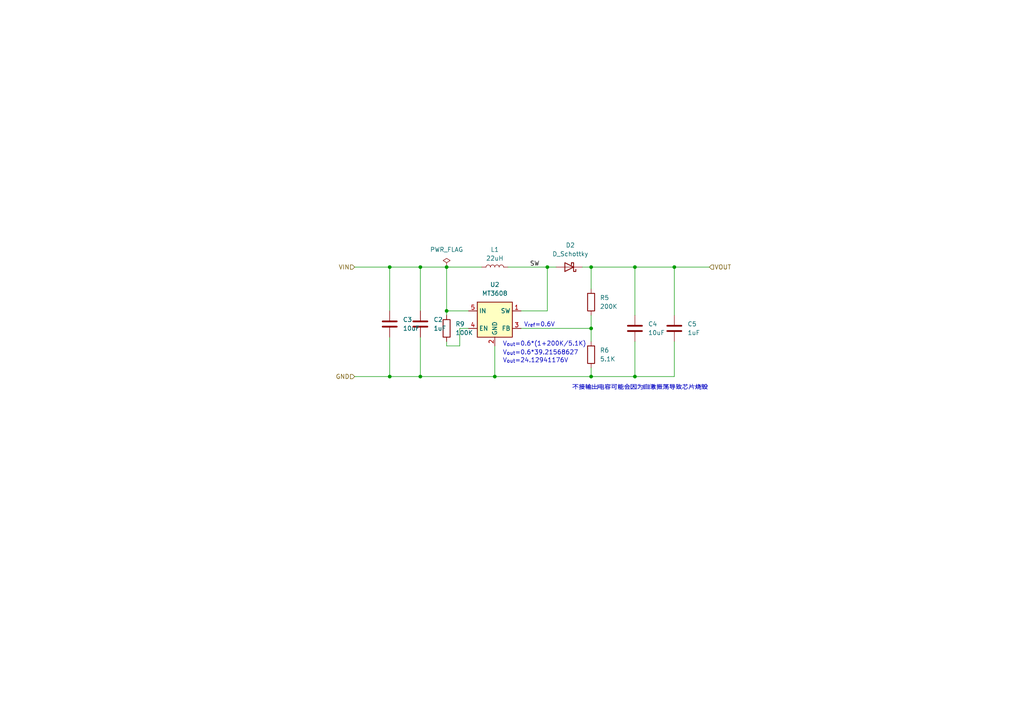
<source format=kicad_sch>
(kicad_sch (version 20231120) (generator "eeschema") (generator_version "8.0")
  (paper "A4")
  (lib_symbols
    (symbol "Device:C" (pin_numbers hide) (pin_names (offset 0.254))
      (property "Reference" "C" (at 0.635 2.54 0))
      (property "Value" "C" (at 0.635 -2.54 0))
      (symbol "C_0_1"
        (polyline (pts (xy -2.032 -0.762) (xy 2.032 -0.762)) (stroke (width 0.508)))
        (polyline (pts (xy -2.032 0.762) (xy 2.032 0.762)) (stroke (width 0.508)))
      )
      (symbol "C_1_1"
        (pin passive line (at 0 3.81 270) (length 2.794) (name "~") (number "1"))
        (pin passive line (at 0 -3.81 90) (length 2.794) (name "~") (number "2"))
      )
    )
    (symbol "Device:D_Schottky" (pin_numbers hide) (pin_names (offset 1.016) hide)
      (property "Reference" "D" (at 0 2.54 0))
      (property "Value" "D_Schottky" (at 0 -2.54 0))
      (symbol "D_Schottky_0_1"
        (polyline (pts (xy 1.27 0) (xy -1.27 0)))
        (polyline (pts (xy 1.27 1.27) (xy 1.27 -1.27) (xy -1.27 0) (xy 1.27 1.27)) (stroke (width 0.254)))
        (polyline (pts (xy -1.905 0.635) (xy -1.905 1.27) (xy -1.27 1.27) (xy -1.27 -1.27) (xy -0.635 -1.27) (xy -0.635 -0.635)) (stroke (width 0.254)))
      )
      (symbol "D_Schottky_1_1"
        (pin passive line (at -3.81 0 0) (length 2.54) (name "K") (number "1"))
        (pin passive line (at 3.81 0 180) (length 2.54) (name "A") (number "2"))
      )
    )
    (symbol "Device:L" (pin_numbers hide) (pin_names (offset 1.016) hide)
      (property "Reference" "L" (at -1.27 0 90))
      (property "Value" "L" (at 1.905 0 90))
      (symbol "L_0_1"
        (arc (start 0 -2.54) (mid 0.6323 -1.905) (end 0 -1.27))
        (arc (start 0 -1.27) (mid 0.6323 -0.635) (end 0 0))
        (arc (start 0 0) (mid 0.6323 0.635) (end 0 1.27))
        (arc (start 0 1.27) (mid 0.6323 1.905) (end 0 2.54))
      )
      (symbol "L_1_1"
        (pin passive line (at 0 3.81 270) (length 1.27) (name "1") (number "1"))
        (pin passive line (at 0 -3.81 90) (length 1.27) (name "2") (number "2"))
      )
    )
    (symbol "Device:R" (pin_numbers hide) (pin_names (offset 0))
      (property "Reference" "R" (at 2.032 0 90))
      (property "Value" "R" (at 0 0 90))
      (symbol "R_0_1"
        (rectangle (start -1.016 -2.54) (end 1.016 2.54) (stroke (width 0.254)))
      )
      (symbol "R_1_1"
        (pin passive line (at 0 3.81 270) (length 1.27) (name "~") (number "1"))
        (pin passive line (at 0 -3.81 90) (length 1.27) (name "~") (number "2"))
      )
    )
    (symbol "Regulator_Switching:MT3608"
      (property "Reference" "U" (at -2.54 8.89 0))
      (property "Value" "MT3608" (at -3.81 6.35 0))
      (symbol "MT3608_0_1"
        (rectangle (start -5.08 5.08) (end 5.08 -5.08) (stroke (width 0.254)) (fill (type background)))
      )
      (symbol "MT3608_1_1"
        (pin passive line (at 7.62 2.54 180) (length 2.54) (name "SW") (number "1"))
        (pin power_in line (at 0 -7.62 90) (length 2.54) (name "GND") (number "2"))
        (pin input line (at 7.62 -2.54 180) (length 2.54) (name "FB") (number "3"))
        (pin input line (at -7.62 -2.54 0) (length 2.54) (name "EN") (number "4"))
        (pin power_in line (at -7.62 2.54 0) (length 2.54) (name "IN") (number "5"))
        (pin no_connect line (at 5.08 0 180) (length 2.54) hide (name "NC") (number "6"))
      )
    )
    (symbol "power:PWR_FLAG" (power) (pin_numbers hide) (pin_names (offset 0) hide)
      (property "Value" "PWR_FLAG" (at 0 3.81 0))
      (symbol "PWR_FLAG_0_0"
        (pin power_out line (at 0 0 90) (length 0) (name "~") (number "1"))
      )
      (symbol "PWR_FLAG_0_1"
        (polyline (pts (xy 0 0) (xy 0 1.27) (xy -1.016 1.905) (xy 0 2.54) (xy 1.016 1.905) (xy 0 1.27)))
      )
    )
  )
  (junction (at 158.75 77.47))
  (junction (at 184.15 77.47))
  (junction (at 195.58 77.47))
  (junction (at 171.45 109.22))
  (junction (at 184.15 109.22))
  (junction (at 143.51 109.22))
  (junction (at 121.92 77.47))
  (junction (at 121.92 109.22))
  (junction (at 129.54 77.47))
  (junction (at 113.03 77.47))
  (junction (at 129.54 90.17))
  (junction (at 171.45 77.47))
  (junction (at 171.45 95.25))
  (junction (at 113.03 109.22))
  (wire (pts (xy 121.92 77.47) (xy 129.54 77.47)))
  (wire (pts (xy 171.45 95.25) (xy 171.45 91.44)))
  (wire (pts (xy 121.92 97.79) (xy 121.92 109.22)))
  (wire (pts (xy 158.75 77.47) (xy 158.75 90.17)))
  (wire (pts (xy 168.91 77.47) (xy 171.45 77.47)))
  (wire (pts (xy 135.89 95.25) (xy 133.35 95.25)))
  (wire (pts (xy 113.03 77.47) (xy 121.92 77.47)))
  (wire (pts (xy 133.35 95.25) (xy 133.35 100.33)))
  (wire (pts (xy 184.15 77.47) (xy 184.15 91.44)))
  (wire (pts (xy 113.03 97.79) (xy 113.03 109.22)))
  (wire (pts (xy 121.92 77.47) (xy 121.92 90.17)))
  (wire (pts (xy 102.87 77.47) (xy 113.03 77.47)))
  (wire (pts (xy 129.54 77.47) (xy 129.54 90.17)))
  (wire (pts (xy 171.45 83.82) (xy 171.45 77.47)))
  (wire (pts (xy 113.03 77.47) (xy 113.03 90.17)))
  (wire (pts (xy 129.54 90.17) (xy 135.89 90.17)))
  (wire (pts (xy 129.54 100.33) (xy 129.54 99.06)))
  (wire (pts (xy 143.51 100.33) (xy 143.51 109.22)))
  (wire (pts (xy 171.45 95.25) (xy 171.45 99.06)))
  (wire (pts (xy 184.15 109.22) (xy 171.45 109.22)))
  (wire (pts (xy 158.75 77.47) (xy 161.29 77.47)))
  (wire (pts (xy 129.54 90.17) (xy 129.54 91.44)))
  (wire (pts (xy 195.58 77.47) (xy 205.74 77.47)))
  (wire (pts (xy 195.58 109.22) (xy 184.15 109.22)))
  (wire (pts (xy 195.58 99.06) (xy 195.58 109.22)))
  (wire (pts (xy 113.03 109.22) (xy 121.92 109.22)))
  (wire (pts (xy 151.13 90.17) (xy 158.75 90.17)))
  (wire (pts (xy 102.87 109.22) (xy 113.03 109.22)))
  (wire (pts (xy 184.15 99.06) (xy 184.15 109.22)))
  (wire (pts (xy 143.51 109.22) (xy 171.45 109.22)))
  (wire (pts (xy 171.45 109.22) (xy 171.45 106.68)))
  (wire (pts (xy 151.13 95.25) (xy 171.45 95.25)))
  (wire (pts (xy 139.7 77.47) (xy 129.54 77.47)))
  (wire (pts (xy 195.58 77.47) (xy 195.58 91.44)))
  (wire (pts (xy 184.15 77.47) (xy 195.58 77.47)))
  (wire (pts (xy 147.32 77.47) (xy 158.75 77.47)))
  (wire (pts (xy 133.35 100.33) (xy 129.54 100.33)))
  (wire (pts (xy 121.92 109.22) (xy 143.51 109.22)))
  (wire (pts (xy 171.45 77.47) (xy 184.15 77.47)))
  (text "V_{out}=0.6*39.215 686 27" (at 145.796 102.362 0) (effects (font (size 1.27 1.27)) (justify left)))
  (text "V_{out}=0.6*(1+200K/5.1K)" (at 145.796 99.822 0) (effects (font (size 1.27 1.27)) (justify left)))
  (text "V_{ref}=0.6V" (at 156.464 94.234 0) (effects (font (size 1.27 1.27))))
  (text "V_{out}=24.129 411 76V" (at 145.796 104.648 0) (effects (font (size 1.27 1.27)) (justify left)))
  (text "不接输出电容可能会因为自激振荡导致芯片烧毁" (at 185.674 112.522 0) (effects (font (size 1.27 1.27))))
  (label "SW" (at 153.67 77.47 0))
  (hierarchical_label "VOUT" (shape input) (at 205.74 77.47 0))
  (hierarchical_label "GND" (shape input) (at 102.87 109.22 180))
  (hierarchical_label "VIN" (shape input) (at 102.87 77.47 180))
  (symbol (lib_id "Device:L") (at 143.51 77.47 90) (unit 1)
    (property "Reference" "L1" (at 143.51 72.39 90))
    (property "Value" "22uH" (at 143.51 74.93 90))
    (property "Footprint" "Inductor_SMD:L_1812_4532Metric" (effects (hide yes)))
    (property "Description" "Inductor" (effects (hide yes)))
  )
  (symbol (lib_id "Device:C") (at 121.92 93.98 0) (unit 1)
    (property "Reference" "C2" (at 125.73 92.7099 0) (effects (justify left)))
    (property "Value" "1uF" (at 125.73 95.2499 0) (effects (justify left)))
    (property "Footprint" "Capacitor_SMD:C_0402_1005Metric" (effects (hide yes)))
    (property "Description" "Unpolarized capacitor" (effects (hide yes)))
  )
  (symbol (lib_id "Device:R") (at 129.54 95.25 0) (unit 1)
    (property "Reference" "R9" (at 132.08 93.9799 0) (effects (justify left)))
    (property "Value" "100K" (at 132.08 96.5199 0) (effects (justify left)))
    (property "Footprint" "Resistor_SMD:R_0603_1608Metric" (effects (hide yes)))
    (property "Description" "Resistor" (effects (hide yes)))
  )
  (symbol (lib_id "Device:R") (at 171.45 87.63 0) (unit 1)
    (property "Reference" "R5" (at 173.99 86.3599 0) (effects (justify left)))
    (property "Value" "200K" (at 173.99 88.8999 0) (effects (justify left)))
    (property "Footprint" "Resistor_SMD:R_0603_1608Metric" (effects (hide yes)))
    (property "Description" "Resistor" (effects (hide yes)))
  )
  (symbol (lib_id "Device:R") (at 171.45 102.87 0) (unit 1)
    (property "Reference" "R6" (at 173.99 101.5999 0) (effects (justify left)))
    (property "Value" "5.1K" (at 173.99 104.1399 0) (effects (justify left)))
    (property "Footprint" "Resistor_SMD:R_0603_1608Metric" (effects (hide yes)))
    (property "Description" "Resistor" (effects (hide yes)))
  )
  (symbol (lib_id "Regulator_Switching:MT3608") (at 143.51 92.71 0) (unit 1)
    (property "Reference" "U2" (at 143.51 82.55 0))
    (property "Value" "MT3608" (at 143.51 85.09 0))
    (property "Footprint" "Package_TO_SOT_SMD:SOT-23-6" (effects (hide yes)))
    (property "Datasheet" "https://www.olimex.com/Products/Breadboarding/BB-PWR-3608/resources/MT3608.pdf" (effects (hide yes)))
    (property "Description" "High Efficiency 1.2MHz 2A Step Up Converter, 2-24V Vin, 28V Vout, 4A current limit, 1.2MHz, SOT23-6" (effects (hide yes)))
  )
  (symbol (lib_id "Device:D_Schottky") (at 165.1 77.47 180) (unit 1)
    (property "Reference" "D2" (at 165.4175 71.12 0))
    (property "Value" "D_Schottky" (at 165.4175 73.66 0))
    (property "Footprint" "Package_TO_SOT_SMD:TO-277B" (effects (hide yes)))
    (property "Description" "Schottky diode" (effects (hide yes)))
  )
  (symbol (lib_id "Device:C") (at 195.58 95.25 0) (unit 1)
    (property "Reference" "C5" (at 199.39 93.9799 0) (effects (justify left)))
    (property "Value" "1uF" (at 199.39 96.5199 0) (effects (justify left)))
    (property "Footprint" "Capacitor_SMD:C_0402_1005Metric" (effects (hide yes)))
    (property "Description" "Unpolarized capacitor" (effects (hide yes)))
  )
  (symbol (lib_id "power:PWR_FLAG") (at 129.54 77.47 0) (unit 1)
    (property "Reference" "#FLG02" (effects (hide yes)))
    (property "Value" "PWR_FLAG" (at 129.54 72.39 0))
    (property "Description" "Special symbol for telling ERC where power comes from" (effects (hide yes)))
  )
  (symbol (lib_id "Device:C") (at 184.15 95.25 0) (unit 1)
    (property "Reference" "C4" (at 187.96 93.9799 0) (effects (justify left)))
    (property "Value" "10uF" (at 187.96 96.5199 0) (effects (justify left)))
    (property "Footprint" "Capacitor_SMD:C_0603_1608Metric" (effects (hide yes)))
    (property "Description" "Unpolarized capacitor" (effects (hide yes)))
  )
  (symbol (lib_id "Device:C") (at 113.03 93.98 0) (unit 1)
    (property "Reference" "C3" (at 116.84 92.7099 0) (effects (justify left)))
    (property "Value" "10uF" (at 116.84 95.2499 0) (effects (justify left)))
    (property "Footprint" "Capacitor_SMD:C_0603_1608Metric" (effects (hide yes)))
    (property "Description" "Unpolarized capacitor" (effects (hide yes)))
  )
)
</source>
